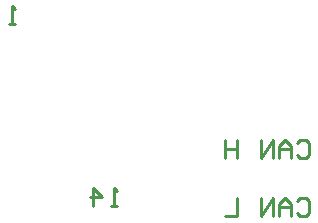
<source format=gbo>
%FSLAX24Y24*%
%MOIN*%
%SFA1B1*%

%IPPOS*%
%ADD17C,0.010000*%
%LNpcb-1*%
%LPD*%
G54D17*
X19450Y14750D02*
X19550Y14850D01*
X19750*
X19850Y14750*
Y14350*
X19750Y14250*
X19550*
X19450Y14350*
X19250Y14250D02*
Y14650D01*
X19050Y14850*
X18850Y14650*
Y14250*
Y14550*
X19250*
X18650Y14250D02*
Y14850D01*
X18251Y14250*
Y14850*
X17451D02*
Y14250D01*
Y14550*
X17051*
Y14850*
Y14250*
X19450Y12800D02*
X19550Y12900D01*
X19750*
X19850Y12800*
Y12400*
X19750Y12300*
X19550*
X19450Y12400*
X19250Y12300D02*
Y12700D01*
X19050Y12900*
X18850Y12700*
Y12300*
Y12600*
X19250*
X18650Y12300D02*
Y12900D01*
X18251Y12300*
Y12900*
X17451D02*
Y12300D01*
X17051*
X10050Y18700D02*
X9850D01*
X9950*
Y19300*
X10050Y19200*
X13450Y12650D02*
X13250D01*
X13350*
Y13250*
X13450Y13150*
X12650Y12650D02*
Y13250D01*
X12950Y12950*
X12550*
M02*
</source>
